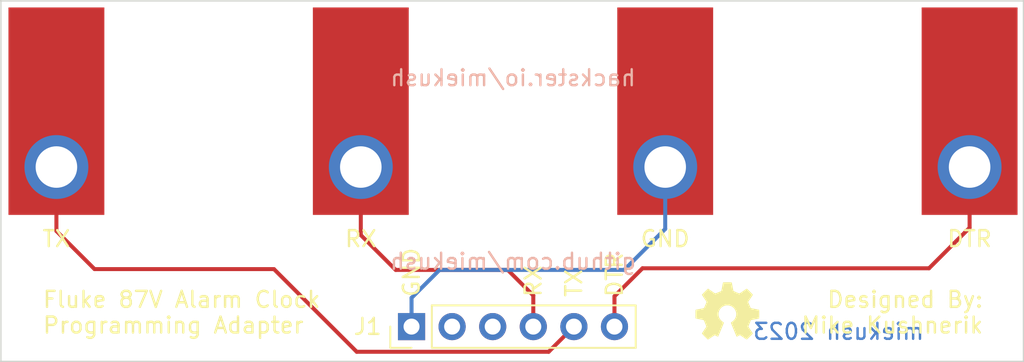
<source format=kicad_pcb>
(kicad_pcb (version 20221018) (generator pcbnew)
  (layers (0 "F.Cu" signal) (31 "B.Cu" signal) (34 "B.Paste" user) (35 "F.Paste" user) (36 "B.SilkS" user "B.Silkscreen") (37 "F.SilkS" user "F.Silkscreen") (38 "B.Mask" user) (39 "F.Mask" user) (44 "Edge.Cuts" user))
  (net 0 "")
  (net 1 "GND")
  (net 4 "UART_RX")
  (net 5 "UART_TX")
  (net 6 "UART_DTR")
  (footprint "Connector_PinHeader_2.54mm:PinHeader_1x06_P2.54mm_Vertical" (layer "F.Cu") (at 93.65 105 90)
    (fp_text reference "J1" (at 0 -2.7434) (layer "F.SilkS"))
    (fp_text value "UART")
    (fp_line (start -1.33 -1.33) (end 0 -1.33) (stroke (width 0.12)) (layer "F.SilkS"))
    (fp_line (start -1.33 0) (end -1.33 -1.33) (stroke (width 0.12)) (layer "F.SilkS"))
    (fp_line (start -1.33 1.27) (end -1.33 14.03) (stroke (width 0.12)) (layer "F.SilkS"))
    (fp_line (start -1.33 1.27) (end 1.33 1.27) (stroke (width 0.12)) (layer "F.SilkS"))
    (fp_line (start -1.33 14.03) (end 1.33 14.03) (stroke (width 0.12)) (layer "F.SilkS"))
    (fp_line (start 1.33 1.27) (end 1.33 14.03) (stroke (width 0.12)) (layer "F.SilkS"))
    (pad "1" thru_hole rect (at 0 0 90) (size 1.7 1.7) (drill 1) (layers "*.Cu" "*.Mask") (net 1 "GND"))
    (pad "2" thru_hole oval (at 0 2.54 90) (size 1.7 1.7) (drill 1) (layers "*.Cu" "*.Mask"))
    (pad "3" thru_hole oval (at 0 5.08 90) (size 1.7 1.7) (drill 1) (layers "*.Cu" "*.Mask"))
    (pad "4" thru_hole oval (at 0 7.62 90) (size 1.7 1.7) (drill 1) (layers "*.Cu" "*.Mask") (net 4 "UART_RX"))
    (pad "5" thru_hole oval (at 0 10.16 90) (size 1.7 1.7) (drill 1) (layers "*.Cu" "*.Mask") (net 5 "UART_TX"))
    (pad "6" thru_hole oval (at 0 12.7 90) (size 1.7 1.7) (drill 1) (layers "*.Cu" "*.Mask") (net 6 "UART_DTR"))
  )
  (footprint "LOGO" (layer "F.Cu") (at 113.411 104.013)
    (fp_text reference "G***")
    (fp_text value "LOGO" hide)
    (fp_poly (pts (xy 0.035218 -1.792425) (xy 0.086886 -1.792015) (xy 0.135753 -1.791265) (xy 0.180026 -1.790179) (xy 0.217915 -1.788758) (xy 0.24763 -1.787004) (xy 0.267378 -1.784919) (xy 0.275286 -1.782622) (xy 0.278143 -1.774176) (xy 0.283079 -1.753959) (xy 0.289787 -1.72346) (xy 0.297959 -1.684166) (xy 0.307288 -1.637565) (xy 0.317464 -1.585144) (xy 0.328181 -1.528391) (xy 0.33069 -1.514882) (xy 0.344606 -1.440695) (xy 0.356535 -1.379269) (xy 0.366595 -1.330057) (xy 0.374907 -1.292515) (xy 0.381589 -1.266096) (xy 0.38676 -1.250256) (xy 0.389676 -1.245032) (xy 0.398358 -1.239928) (xy 0.417589 -1.230692) (xy 0.445393 -1.218146) (xy 0.479793 -1.203114) (xy 0.518811 -1.186418) (xy 0.560471 -1.16888) (xy 0.602795 -1.151324) (xy 0.643808 -1.134571) (xy 0.681531 -1.119445) (xy 0.713987 -1.106767) (xy 0.7392 -1.097361) (xy 0.755193 -1.09205) (xy 0.759465 -1.091169) (xy 0.766889 -1.094866) (xy 0.784153 -1.105412) (xy 0.810019 -1.121994) (xy 0.843248 -1.143797) (xy 0.882603 -1.170006) (xy 0.926845 -1.199807) (xy 0.974736 -1.232384) (xy 0.990525 -1.24319) (xy 1.054128 -1.286529) (xy 1.107175 -1.322109) (xy 1.149979 -1.350127) (xy 1.182855 -1.370783) (xy 1.206115 -1.384275) (xy 1.220072 -1.390802) (xy 1.224269 -1.391416) (xy 1.232112 -1.385745) (xy 1.24788 -1.371772) (xy 1.270318 -1.350763) (xy 1.29817 -1.323981) (xy 1.330182 -1.292692) (xy 1.365097 -1.258159) (xy 1.401661 -1.221647) (xy 1.438617 -1.184421) (xy 1.474712 -1.147745) (xy 1.508688 -1.112884) (xy 1.539292 -1.081102) (xy 1.565266 -1.053664) (xy 1.585358 -1.031834) (xy 1.598309 -1.016877) (xy 1.602867 -1.010059) (xy 1.599115 -1.002489) (xy 1.588511 -0.985115) (xy 1.571884 -0.959197) (xy 1.550064 -0.925997) (xy 1.523882 -0.886775) (xy 1.494169 -0.842793) (xy 1.461753 -0.795311) (xy 1.454683 -0.785018) (xy 1.421793 -0.736889) (xy 1.391443 -0.691916) (xy 1.364464 -0.651373) (xy 1.341687 -0.616532) (xy 1.323942 -0.588666) (xy 1.312059 -0.56905) (xy 1.306871 -0.558956) (xy 1.306709 -0.558176) (xy 1.309332 -0.548748) (xy 1.31665 -0.528954) (xy 1.327838 -0.500713) (xy 1.342071 -0.465949) (xy 1.358522 -0.426581) (xy 1.376367 -0.384531) (xy 1.394779 -0.34172) (xy 1.412934 -0.300069) (xy 1.430005 -0.2615) (xy 1.445167 -0.227933) (xy 1.457595 -0.20129) (xy 1.466463 -0.183492) (xy 1.470624 -0.176714) (xy 1.479261 -0.173359) (xy 1.499806 -0.167952) (xy 1.530902 -0.160781) (xy 1.571192 -0.152141) (xy 1.619317 -0.142321) (xy 1.673921 -0.131613) (xy 1.731069 -0.120789) (xy 1.787767 -0.110075) (xy 1.840465 -0.099832) (xy 1.887653 -0.090374) (xy 1.927818 -0.082017) (xy 1.959452 -0.075075) (xy 1.981043 -0.069865) (xy 1.99108 -0.066701) (xy 1.991451 -0.066462) (xy 1.993845 -0.057904) (xy 1.99591 -0.03767) (xy 1.997645 -0.007551) (xy 1.999047 0.030662) (xy 2.000114 0.075179) (xy 2.000845 0.124209) (xy 2.001237 0.175959) (xy 2.001289 0.228641) (xy 2.000998 0.280461) (xy 2.000362 0.32963) (xy 1.99938 0.374357) (xy 1.998049 0.41285) (xy 1.996367 0.443319) (xy 1.994333 0.463972) (xy 1.992058 0.472887) (xy 1.984977 0.476823) (xy 1.968574 0.481996) (xy 1.942163 0.488557) (xy 1.905059 0.496659) (xy 1.856577 0.506451) (xy 1.796031 0.518085) (xy 1.737788 0.528942) (xy 1.681777 0.539399) (xy 1.629824 0.549338) (xy 1.583451 0.558451) (xy 1.544178 0.566428) (xy 1.513526 0.572959) (xy 1.493013 0.577737) (xy 1.484161 0.580452) (xy 1.484051 0.580528) (xy 1.479661 0.588156) (xy 1.471171 0.606499) (xy 1.459325 0.633702) (xy 1.444872 0.667911) (xy 1.428556 0.707272) (xy 1.411126 0.749931) (xy 1.393327 0.794033) (xy 1.375906 0.837725) (xy 1.359609 0.879152) (xy 1.345183 0.91646) (xy 1.333375 0.947795) (xy 1.32493 0.971302) (xy 1.320596 0.985128) (xy 1.32018 0.987551) (xy 1.323878 0.995434) (xy 1.334402 1.013068) (xy 1.350895 1.039137) (xy 1.372501 1.072328) (xy 1.398365 1.111325) (xy 1.427631 1.154812) (xy 1.458775 1.200501) (xy 1.490665 1.247118) (xy 1.520177 1.290485) (xy 1.54643 1.329288) (xy 1.568542 1.362215) (xy 1.585631 1.387954) (xy 1.596817 1.405194) (xy 1.601198 1.412565) (xy 1.597557 1.41969) (xy 1.585395 1.434857) (xy 1.565956 1.456821) (xy 1.540479 1.484339) (xy 1.510207 1.51617) (xy 1.476382 1.551069) (xy 1.440243 1.587795) (xy 1.403034 1.625102) (xy 1.365996 1.66175) (xy 1.33037 1.696495) (xy 1.297397 1.728093) (xy 1.26832 1.755302) (xy 1.244379 1.776879) (xy 1.226817 1.791581) (xy 1.216874 1.798165) (xy 1.215823 1.7984) (xy 1.206722 1.794691) (xy 1.18828 1.784269) (xy 1.162168 1.768183) (xy 1.130055 1.747482) (xy 1.093611 1.723215) (xy 1.064227 1.703157) (xy 1.021601 1.673819) (xy 0.978462 1.644236) (xy 0.937393 1.616171) (xy 0.900974 1.591387) (xy 0.871787 1.571646) (xy 0.860933 1.564365) (xy 0.795719 1.520805) (xy 0.694473 1.573728) (xy 0.657041 1.59312) (xy 0.62964 1.606755) (xy 0.610475 1.615325) (xy 0.597749 1.619521) (xy 0.589666 1.620037) (xy 0.584431 1.617564) (xy 0.583345 1.616548) (xy 0.578965 1.608529) (xy 0.57005 1.589277) (xy 0.557118 1.560037) (xy 0.540683 1.522057) (xy 0.521263 1.476585) (xy 0.499371 1.424866) (xy 0.475525 1.368149) (xy 0.450239 1.30768) (xy 0.42403 1.244706) (xy 0.397413 1.180475) (xy 0.370904 1.116233) (xy 0.345019 1.053228) (xy 0.320273 0.992707) (xy 0.297182 0.935916) (xy 0.276263 0.884103) (xy 0.25803 0.838515) (xy 0.242999 0.8004) (xy 0.231687 0.771003) (xy 0.224608 0.751573) (xy 0.222275 0.743457) (xy 0.22644 0.73361) (xy 0.239744 0.720546) (xy 0.263401 0.703176) (xy 0.277844 0.693602) (xy 0.305097 0.674066) (xy 0.337304 0.648125) (xy 0.370288 0.619278) (xy 0.397754 0.593153) (xy 0.426008 0.564217) (xy 0.447002 0.540581) (xy 0.463471 0.518513) (xy 0.478148 0.494284) (xy 0.493769 0.464161) (xy 0.496795 0.458022) (xy 0.519213 0.409969) (xy 0.5352 0.368789) (xy 0.545777 0.330132) (xy 0.551964 0.289648) (xy 0.554783 0.242988) (xy 0.555287 0.208804) (xy 0.555008 0.167276) (xy 0.553555 0.135254) (xy 0.550518 0.108793) (xy 0.545483 0.083951) (xy 0.540142 0.063989) (xy 0.509786 -0.018389) (xy 0.46847 -0.093652) (xy 0.417064 -0.160948) (xy 0.356438 -0.219421) (xy 0.287461 -0.268218) (xy 0.211005 -0.306484) (xy 0.13808 -0.330807) (xy 0.084337 -0.34077) (xy 0.02368 -0.34526) (xy -0.038629 -0.344282) (xy -0.097333 -0.337837) (xy -0.131345 -0.330645) (xy -0.21091 -0.303071) (xy -0.284119 -0.264788) (xy -0.350166 -0.216966) (xy -0.408244 -0.160774) (xy -0.457547 -0.097384) (xy -0.497269 -0.027963) (xy -0.526603 0.046317) (xy -0.544744 0.124286) (xy -0.550885 0.204776) (xy -0.546428 0.271629) (xy -0.52966 0.355796) (xy -0.502301 0.432924) (xy -0.463825 0.503843) (xy -0.413709 0.569384) (xy -0.351428 0.630378) (xy -0.289632 0.678491) (xy -0.262567 0.69803) (xy -0.239515 0.715373) (xy -0.222738 0.728767) (xy -0.214499 0.73646) (xy -0.214189 0.736921) (xy -0.21328 0.738624) (xy -0.212755 0.740756) (xy -0.212935 0.744131) (xy -0.214144 0.749558) (xy -0.216702 0.757851) (xy -0.220932 0.769821) (xy -0.227154 0.78628) (xy -0.235692 0.808039) (xy -0.246866 0.835912) (xy -0.260998 0.870709) (xy -0.27841 0.913242) (xy -0.299424 0.964324) (xy -0.324362 1.024765) (xy -0.353545 1.095379) (xy -0.387295 1.176977) (xy -0.41798 1.251144) (xy -0.454618 1.339326) (xy -0.48645 1.415135) (xy -0.513556 1.478753) (xy -0.536017 1.530363) (xy -0.553912 1.570144) (xy -0.567321 1.59828) (xy -0.576325 1.614951) (xy -0.580715 1.620299) (xy -0.591226 1.618577) (xy -0.611637 1.610647) (xy -0.640302 1.597236) (xy -0.675571 1.57907) (xy -0.681749 1.575753) (xy -0.714117 1.558773) (xy -0.743251 1.544395) (xy -0.766681 1.53377) (xy -0.781938 1.528049) (xy -0.785491 1.527382) (xy -0.794203 1.531075) (xy -0.812599 1.541612) (xy -0.83932 1.558124) (xy -0.873007 1.579739) (xy -0.912302 1.605586) (xy -0.955846 1.634797) (xy -0.996982 1.662855) (xy -1.043157 1.694324) (xy -1.086288 1.723207) (xy -1.125015 1.748635) (xy -1.15798 1.769735) (xy -1.183825 1.785636) (xy -1.201191 1.795469) (xy -1.208408 1.798409) (xy -1.217163 1.793863) (xy -1.23434 1.780137) (xy -1.260081 1.7571) (xy -1.294525 1.724622) (xy -1.337815 1.68257) (xy -1.390091 1.630814) (xy -1.406106 1.614819) (xy -1.460451 1.560075) (xy -1.505408 1.513988) (xy -1.540881 1.476657) (xy -1.56678 1.448182) (xy -1.583011 1.428664) (xy -1.589482 1.4182) (xy -1.589605 1.417381) (xy -1.585899 1.408794) (xy -1.575353 1.390495) (xy -1.558829 1.363823) (xy -1.537188 1.330121) (xy -1.511289 1.290729) (xy -1.481993 1.246988) (xy -1.451525 1.202226) (xy -1.419782 1.155577) (xy -1.39061 1.111993) (xy -1.36487 1.072816) (xy -1.343422 1.039385) (xy -1.327127 1.013041) (xy -1.316845 0.995126) (xy -1.313432 0.987107) (xy -1.315917 0.976755) (xy -1.322869 0.955932) (xy -1.333518 0.926559) (xy -1.347096 0.890555) (xy -1.362835 0.849842) (xy -1.379966 0.806339) (xy -1.397722 0.761967) (xy -1.415332 0.718647) (xy -1.432029 0.678298) (xy -1.447044 0.642842) (xy -1.459609 0.614198) (xy -1.468955 0.594286) (xy -1.474313 0.585028) (xy -1.474355 0.584985) (xy -1.482826 0.58065) (xy -1.50139 0.574992) (xy -1.530654 0.567875) (xy -1.571226 0.559163) (xy -1.623715 0.548721) (xy -1.688728 0.536414) (xy -1.710846 0.532323) (xy -1.778153 0.519923) (xy -1.833425 0.509669) (xy -1.877873 0.50126) (xy -1.912708 0.494394) (xy -1.939143 0.488772) (xy -1.958388 0.484091) (xy -1.971656 0.480049) (xy -1.980157 0.476347) (xy -1.985104 0.472681) (xy -1.987708 0.468752) (xy -1.98918 0.464258) (xy -1.98951 0.463022) (xy -1.990434 0.453007) (xy -1.99129 0.431123) (xy -1.99205 0.398975) (xy -1.992692 0.358165) (xy -1.993189 0.310296) (xy -1.993516 0.256972) (xy -1.993649 0.199796) (xy -1.99365 0.198304) (xy -1.993562 0.129167) (xy -1.993219 0.072478) (xy -1.99259 0.027215) (xy -1.991641 -0.007644) (xy -1.99034 -0.033118) (xy -1.988655 -0.050231) (xy -1.986552 -0.060004) (xy -1.985322 -0.062472) (xy -1.97925 -0.066254) (xy -1.965536 -0.070972) (xy -1.943294 -0.076824) (xy -1.911632 -0.08401) (xy -1.869662 -0.092725) (xy -1.816494 -0.103169) (xy -1.751239 -0.11554) (xy -1.725103 -0.120413) (xy -1.656466 -0.13329) (xy -1.600074 -0.144171) (xy -1.554887 -0.153289) (xy -1.519864 -0.160877) (xy -1.493965 -0.167169) (xy -1.47615 -0.172398) (xy -1.465378 -0.176797) (xy -1.461403 -0.179579) (xy -1.455398 -0.189261) (xy -1.445248 -0.209391) (xy -1.431794 -0.238003) (xy -1.415878 -0.273131) (xy -1.39834 -0.312808) (xy -1.38002 -0.355067) (xy -1.36176 -0.397943) (xy -1.3444 -0.439469) (xy -1.328782 -0.477678) (xy -1.315745 -0.510604) (xy -1.306131 -0.536281) (xy -1.300781 -0.552742) (xy -1.29996 -0.557162) (xy -1.303701 -0.566104) (xy -1.314391 -0.584837) (xy -1.331237 -0.612126) (xy -1.353447 -0.646736) (xy -1.380229 -0.687431) (xy -1.410793 -0.732977) (xy -1.442486 -0.779437) (xy -1.474903 -0.826891) (xy -1.504905 -0.87137) (xy -1.53162 -0.91154) (xy -1.554176 -0.946065) (xy -1.571701 -0.973611) (xy -1.583324 -0.992842) (xy -1.588172 -1.002422) (xy -1.588224 -1.002639) (xy -1.587857 -1.007908) (xy -1.584398 -1.015382) (xy -1.577033 -1.025961) (xy -1.56495 -1.040543) (xy -1.547334 -1.060028) (xy -1.523372 -1.085313) (xy -1.492252 -1.117298) (xy -1.453159 -1.156882) (xy -1.405279 -1.204964) (xy -1.403614 -1.206632) (xy -1.353014 -1.25698) (xy -1.309024 -1.300071) (xy -1.272121 -1.335458) (xy -1.242784 -1.362692) (xy -1.221493 -1.381326) (xy -1.208727 -1.390911) (xy -1.205394 -1.392142) (xy -1.197656 -1.387842) (xy -1.180135 -1.37673) (xy -1.154118 -1.359666) (xy -1.120897 -1.337511) (xy -1.08176 -1.311125) (xy -1.037997 -1.281368) (xy -0.990896 -1.249102) (xy -0.986487 -1.246069) (xy -0.938826 -1.213417) (xy -0.894101 -1.183038) (xy -0.853651 -1.155823) (xy -0.818818 -1.132663) (xy -0.79094 -1.114449) (xy -0.771359 -1.102071) (xy -0.761416 -1.096421) (xy -0.761125 -1.096303) (xy -0.75426 -1.09514) (xy -0.744057 -1.096211) (xy -0.729112 -1.099995) (xy -0.708022 -1.106973) (xy -0.679384 -1.117624) (xy -0.641794 -1.132431) (xy -0.59385 -1.151871) (xy -0.56916 -1.161997) (xy -0.523382 -1.180816) (xy -0.481476 -1.198038) (xy -0.445116 -1.212977) (xy -0.415978 -1.224945) (xy -0.395736 -1.233253) (xy -0.386064 -1.237213) (xy -0.385676 -1.237371) (xy -0.382299 -1.239505) (xy -0.379039 -1.243841) (xy -0.37563 -1.251547) (xy -0.371811 -1.263791) (xy -0.367317 -1.281739) (xy -0.361887 -1.30656) (xy -0.355256 -1.339421) (xy -0.347162 -1.381489) (xy -0.337343 -1.433934) (xy -0.325533 -1.497921) (xy -0.319214 -1.532352) (xy -0.306148 -1.60266) (xy -0.295026 -1.66035) (xy -0.285697 -1.706111) (xy -0.278008 -1.740633) (xy -0.27181 -1.764603) (xy -0.266949 -1.778712) (xy -0.264069 -1.783253) (xy -0.254464 -1.78563) (xy -0.233332 -1.787652) (xy -0.202465 -1.789319) (xy -0.163653 -1.790635) (xy -0.118688 -1.791602) (xy -0.06936 -1.792221) (xy -0.017461 -1.792495)) (fill solid) (layer "F.SilkS"))
  )
  (footprint "Library:4mm_banana_plug" (layer "F.Cu") (at 109.525 95 180)
    (fp_text reference "TP3")
    (fp_text value "GND" (at 0 -4.5 unlocked) (layer "F.SilkS"))
    (pad "1" thru_hole circle (at 0 0 180) (size 4 4) (drill 2.6) (layers "*.Cu" "*.Mask") (net 1 "GND"))
    (pad "1" smd rect (at 0 0 180) (size 6 13) (drill (offset 0 3.5)) (layers "F.Cu" "F.Mask") (net 1 "GND"))
  )
  (footprint "Library:4mm_banana_plug" (layer "F.Cu") (at 128.575 95 180)
    (fp_text reference "TP4")
    (fp_text value "DTR" (at 0 -4.5 unlocked) (layer "F.SilkS"))
    (pad "1" thru_hole circle (at 0 0 180) (size 4 4) (drill 2.6) (layers "*.Cu" "*.Mask") (net 6 "UART_DTR"))
    (pad "1" smd rect (at 0 0 180) (size 6 13) (drill (offset 0 3.5)) (layers "F.Cu" "F.Mask") (net 6 "UART_DTR"))
  )
  (footprint "Library:4mm_banana_plug" (layer "F.Cu") (at 71.425 95 180)
    (fp_text reference "TP1")
    (fp_text value "TX" (at 0 -4.5 unlocked) (layer "F.SilkS"))
    (pad "1" thru_hole circle (at 0 0 180) (size 4 4) (drill 2.6) (layers "*.Cu" "*.Mask") (net 5 "UART_TX"))
    (pad "1" smd rect (at 0 0 180) (size 6 13) (drill (offset 0 3.5)) (layers "F.Cu" "F.Mask") (net 5 "UART_TX"))
  )
  (footprint "Library:4mm_banana_plug" (layer "F.Cu") (at 90.475 95 180)
    (fp_text reference "TP2")
    (fp_text value "RX" (at 0 -4.5 unlocked) (layer "F.SilkS"))
    (pad "1" thru_hole circle (at 0 0 180) (size 4 4) (drill 2.6) (layers "*.Cu" "*.Mask") (net 4 "UART_RX"))
    (pad "1" smd rect (at 0 0 180) (size 6 13) (drill (offset 0 3.5)) (layers "F.Cu" "F.Mask") (net 4 "UART_RX"))
  )
  (gr_line (start 67.945 84.582) (end 67.945 107.188) (stroke (width 0.1)) (layer "Edge.Cuts"))
  (gr_line (start 67.945 84.582) (end 131.953 84.582) (stroke (width 0.1)) (layer "Edge.Cuts"))
  (gr_line (start 131.953 84.582) (end 131.953 107.188) (stroke (width 0.1)) (layer "Edge.Cuts"))
  (gr_line (start 67.945 107.188) (end 131.953 107.188) (stroke (width 0.1)) (layer "Edge.Cuts"))
  (gr_text "miekush 2023" (at 125.8062 105.8926) (layer "B.Cu") (effects (font (size 1 1)) (justify left bottom mirror)))
  (gr_text "github.com/miekush" (at 100 101.5) (layer "B.SilkS") (effects (font (size 1 1)) (justify bottom mirror)))
  (gr_text "hackster.io/miekush" (at 100 90) (layer "B.SilkS") (effects (font (size 1 1)) (justify bottom mirror)))
  (gr_text "DTR" (at 106.35 103.2256 90) (layer "F.SilkS") (effects (font (size 1 1)) (justify left)))
  (gr_text "GND" (at 93.65 103.2256 90) (layer "F.SilkS") (effects (font (size 1 1)) (justify left)))
  (gr_text "Fluke 87V Alarm Clock\nProgramming Adapter" (at 70.5 105.5) (layer "F.SilkS") (effects (font (size 1 1)) (justify left bottom)))
  (gr_text "TX" (at 103.81 103.2256 90) (layer "F.SilkS") (effects (font (size 1 1)) (justify left)))
  (gr_text "Designed By:\nMike Kushnerik" (at 129.5 105.5) (layer "F.SilkS") (effects (font (size 1 1)) (justify right bottom)))
  (gr_text "RX" (at 101.27 103.2256 90) (layer "F.SilkS") (effects (font (size 1 1)) (justify left)))
  (segment (start 93.65 103.2) (end 95.4024 101.4476) (width 0.25) (layer "B.Cu") (net 1))
  (segment (start 93.65 105) (end 93.65 103.2) (width 0.25) (layer "B.Cu") (net 1))
  (segment (start 109.525 98.882) (end 109.525 95) (width 0.25) (layer "B.Cu") (net 1))
  (segment (start 95.4024 101.4476) (end 106.9594 101.4476) (width 0.25) (layer "B.Cu") (net 1))
  (segment (start 106.9594 101.4476) (end 109.525 98.882) (width 0.25) (layer "B.Cu") (net 1))
  (segment (start 101.27 103.048) (end 99.6696 101.4476) (width 0.25) (layer "F.Cu") (net 4))
  (segment (start 90.475 99.2634) (end 90.475 95) (width 0.25) (layer "F.Cu") (net 4))
  (segment (start 101.27 105) (end 101.27 103.048) (width 0.25) (layer "F.Cu") (net 4))
  (segment (start 92.6592 101.4476) (end 90.475 99.2634) (width 0.25) (layer "F.Cu") (net 4))
  (segment (start 99.6696 101.4476) (end 92.6592 101.4476) (width 0.25) (layer "F.Cu") (net 4))
  (segment (start 90.2208 106.5784) (end 85.0392 101.3968) (width 0.25) (layer "F.Cu") (net 5))
  (segment (start 103.81 105) (end 102.2316 106.5784) (width 0.25) (layer "F.Cu") (net 5))
  (segment (start 71.425 99.0094) (end 71.425 95) (width 0.25) (layer "F.Cu") (net 5))
  (segment (start 85.0392 101.3968) (end 73.8124 101.3968) (width 0.25) (layer "F.Cu") (net 5))
  (segment (start 102.2316 106.5784) (end 90.2208 106.5784) (width 0.25) (layer "F.Cu") (net 5))
  (segment (start 73.8124 101.3968) (end 71.425 99.0094) (width 0.25) (layer "F.Cu") (net 5))
  (segment (start 108.1024 101.346) (end 126.0348 101.346) (width 0.25) (layer "F.Cu") (net 6))
  (segment (start 106.35 103.0984) (end 108.1024 101.346) (width 0.25) (layer "F.Cu") (net 6))
  (segment (start 106.35 105) (end 106.35 103.0984) (width 0.25) (layer "F.Cu") (net 6))
  (segment (start 128.575 98.8058) (end 128.575 95) (width 0.25) (layer "F.Cu") (net 6))
  (segment (start 126.0348 101.346) (end 128.575 98.8058) (width 0.25) (layer "F.Cu") (net 6))
)
</source>
